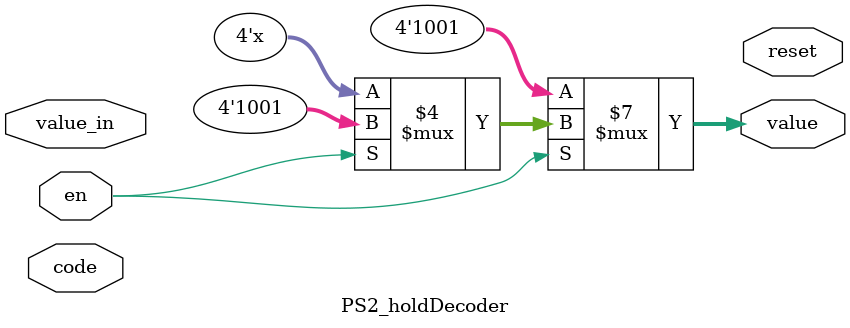
<source format=sv>
module PS2_holdDecoder(input  logic [10:0] code, 
				  input  logic en,
				  input  logic value_in,
				  
				  output logic reset,
				  output logic [3:0] value);
	always_comb
	begin
		value = 9;
		if(en) begin //enabled when counter is done
			case(code)
				55'b0001_1100_0010_0011_1000_0100_0111_0000_1000_1110_0001_0001_1100_001: value = value_in;
				default: value = 9;
			endcase
		end
	end
	
	
endmodule

</source>
